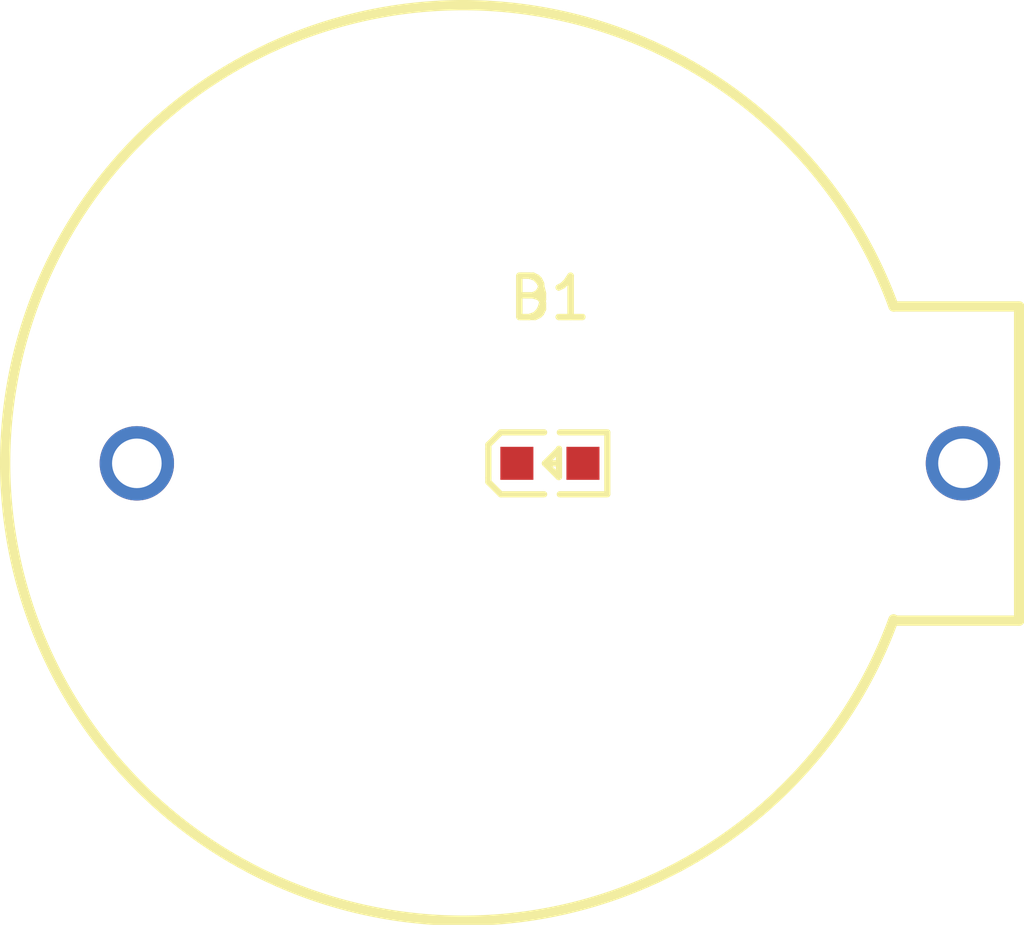
<source format=kicad_pcb>
(kicad_pcb (version 20240108) (generator "pcbnew") (generator_version "8.0")
  (layers (0 "F.Cu" signal) (31 "B.Cu" signal) (34 "B.Paste" user) (35 "F.Paste" user) (36 "B.SilkS" user "B.Silkscreen") (37 "F.SilkS" user "F.Silkscreen") (38 "B.Mask" user) (39 "F.Mask" user) (44 "Edge.Cuts" user))
  (net 0 "")
  (net 1 "hv")
  (net 2 "cathode")
  (net 3 "lv")
  (footprint "lcsc:LED0603-RD-YELLOW" (layer "F.Cu") (at 0 0 0)
    (property "Reference" "D1" (at 0 -4 0) (layer "F.SilkS") (hide no))
    (property "Value" "PoweredLED")
    (fp_line (start 0.22 0.33) (end 0.21 0.33) (stroke (width 0.15)) (layer "F.SilkS"))
    (fp_line (start 0.21 0.33) (end -0.12 0) (stroke (width 0.15)) (layer "F.SilkS"))
    (fp_line (start 0.22 -0.35) (end 0.22 -0.34) (stroke (width 0.15)) (layer "F.SilkS"))
    (fp_line (start 0.22 -0.34) (end -0.12 0) (stroke (width 0.15)) (layer "F.SilkS"))
    (fp_line (start 0.22 -0.35) (end 0.22 0.33) (stroke (width 0.15)) (layer "F.SilkS"))
    (fp_line (start 0.24 -0.75) (end 1.39 -0.75) (stroke (width 0.15)) (layer "F.SilkS"))
    (fp_line (start 0.24 0.75) (end 1.39 0.75) (stroke (width 0.15)) (layer "F.SilkS"))
    (fp_line (start 1.39 -0.75) (end 1.39 0.73) (stroke (width 0.15)) (layer "F.SilkS"))
    (fp_line (start -0.14 0.75) (end -1.19 0.75) (stroke (width 0.15)) (layer "F.SilkS"))
    (fp_line (start -1.49 0.35) (end -1.49 0.45) (stroke (width 0.15)) (layer "F.SilkS"))
    (fp_line (start -1.49 0.45) (end -1.19 0.75) (stroke (width 0.15)) (layer "F.SilkS"))
    (fp_line (start -1.49 -0.35) (end -1.49 0.35) (stroke (width 0.15)) (layer "F.SilkS"))
    (fp_line (start -1.49 -0.35) (end -1.49 -0.45) (stroke (width 0.15)) (layer "F.SilkS"))
    (fp_line (start -1.49 -0.45) (end -1.19 -0.75) (stroke (width 0.15)) (layer "F.SilkS"))
    (fp_line (start -0.14 -0.75) (end -1.19 -0.75) (stroke (width 0.15)) (layer "F.SilkS"))
    (fp_line (start 0.22 0) (end -0.12 0) (stroke (width 0.15)) (layer "F.SilkS"))
    (fp_text user "${REFERENCE}" (at 0 -4 0) (layer "F.SilkS"))
    (pad "1" smd rect (at -0.8 0 90) (size 0.8 0.8) (layers "F.Cu" "F.Paste" "F.Mask") (net 2 "cathode"))
    (pad "2" smd rect (at 0.8 0 90) (size 0.8 0.8) (layers "F.Cu" "F.Paste" "F.Mask") (net 1 "hv"))
  )
  (footprint "lcsc:BAT-TH_BS-02-A1AJ010" (layer "F.Cu") (at 0 0 0)
    (property "Reference" "B1" (at 0 -4 0) (layer "F.SilkS") (hide no))
    (property "Value" "Battery")
    (fp_line (start 8.32 -3.8) (end 11.36 -3.8) (stroke (width 0.25)) (layer "F.SilkS"))
    (fp_line (start 11.36 -3.8) (end 11.36 3.81) (stroke (width 0.25)) (layer "F.SilkS"))
    (fp_line (start 11.36 3.81) (end 8.31 3.81) (stroke (width 0.25)) (layer "F.SilkS"))
    (fp_arc (start 8.32 3.78) (mid -13.187853704027743 -0.010487932620405474) (end 8.320333525484555 -3.799082899286133) (stroke (width 0.25)) (layer "F.SilkS"))
    (fp_text user "${REFERENCE}" (at 0 -4 0) (layer "F.SilkS"))
    (pad "1" thru_hole circle (at -10 0 0) (size 1.8 1.8) (drill 1.1999975999999999) (layers "*.Cu" "*.Mask") (net 3 "lv"))
    (pad "2" thru_hole circle (at 10 0 0) (size 1.8 1.8) (drill 1.1999975999999999) (layers "*.Cu" "*.Mask") (net 1 "hv"))
  )
)
</source>
